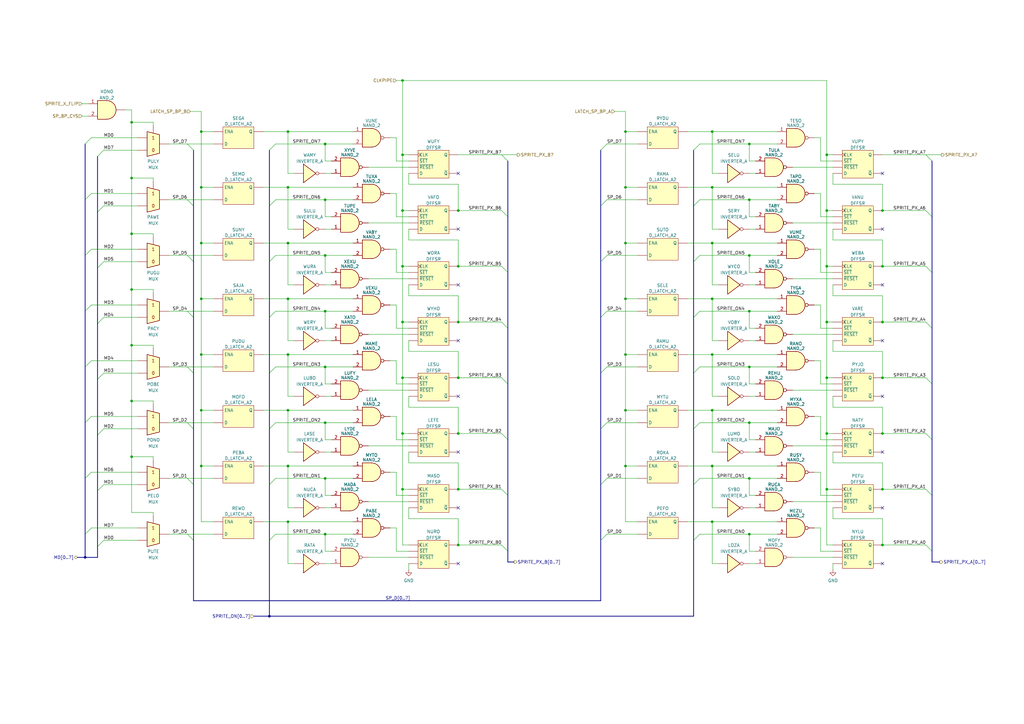
<source format=kicad_sch>
(kicad_sch (version 20211123) (generator eeschema)
  (paper "A3")
  (title_block (title "DMG-CPU B") (date "2022-12-22") (rev "0.3") (company "CC-BY-SA-4.0 Régis Galland & Michael Singer -- Derived work from Furrtek") (comment 1 "https://github.com/msinger/dmg-schematics"))
  (junction (at 256.54 168.275))
  (junction (at 118.11 53.975))
  (junction (at 187.96 177.8))
  (junction (at 307.34 104.775))
  (junction (at 165.1 33.02))
  (junction (at 165.1 86.36))
  (junction (at 307.34 196.215))
  (junction (at 361.95 200.66))
  (junction (at 292.1 213.995))
  (junction (at 165.1 154.94))
  (junction (at 82.55 76.835))
  (junction (at 187.96 86.36))
  (junction (at 82.55 145.415))
  (junction (at 307.34 150.495))
  (junction (at 53.975 118.745))
  (junction (at 133.35 196.215))
  (junction (at 165.1 63.5))
  (junction (at 256.54 145.415))
  (junction (at 292.1 99.695))
  (junction (at 118.11 76.835))
  (junction (at 292.1 53.975))
  (junction (at 133.35 219.075))
  (junction (at 292.1 145.415))
  (junction (at 361.95 109.22))
  (junction (at 187.96 109.22))
  (junction (at 34.925 228.6))
  (junction (at 339.09 109.22))
  (junction (at 165.1 109.22))
  (junction (at 53.975 141.605))
  (junction (at 118.11 213.995))
  (junction (at 307.34 173.355))
  (junction (at 82.55 53.975))
  (junction (at 307.34 219.075))
  (junction (at 339.09 86.36))
  (junction (at 82.55 99.695))
  (junction (at 256.54 53.975))
  (junction (at 133.35 59.055))
  (junction (at 339.09 200.66))
  (junction (at 133.35 81.915))
  (junction (at 339.09 132.08))
  (junction (at 187.96 223.52))
  (junction (at 361.95 86.36))
  (junction (at 53.975 164.465))
  (junction (at 118.11 122.555))
  (junction (at 53.975 50.165))
  (junction (at 118.11 191.135))
  (junction (at 292.1 168.275))
  (junction (at 133.35 127.635))
  (junction (at 110.49 252.73))
  (junction (at 256.54 122.555))
  (junction (at 256.54 99.695))
  (junction (at 133.35 150.495))
  (junction (at 165.1 177.8))
  (junction (at 82.55 191.135))
  (junction (at 307.34 127.635))
  (junction (at 339.09 177.8))
  (junction (at 118.11 99.695))
  (junction (at 361.95 132.08))
  (junction (at 53.975 187.325))
  (junction (at 82.55 122.555))
  (junction (at 118.11 145.415))
  (junction (at 53.975 73.025))
  (junction (at 292.1 191.135))
  (junction (at 133.35 104.775))
  (junction (at 187.96 200.66))
  (junction (at 339.09 63.5))
  (junction (at 133.35 173.355))
  (junction (at 118.11 168.275))
  (junction (at 82.55 168.275))
  (junction (at 307.34 81.915))
  (junction (at 53.975 95.885))
  (junction (at 187.96 154.94))
  (junction (at 361.95 154.94))
  (junction (at 165.1 132.08))
  (junction (at 187.96 132.08))
  (junction (at 361.95 177.8))
  (junction (at 339.09 154.94))
  (junction (at 307.34 59.055))
  (junction (at 165.1 200.66))
  (junction (at 292.1 122.555))
  (junction (at 256.54 191.135))
  (junction (at 256.54 76.835))
  (junction (at 361.95 223.52))
  (junction (at 292.1 76.835))
  (no_connect (at 187.96 71.12))
  (no_connect (at 361.95 116.84))
  (no_connect (at 361.95 208.28))
  (no_connect (at 187.96 185.42))
  (no_connect (at 361.95 71.12))
  (no_connect (at 361.95 231.14))
  (no_connect (at 187.96 231.14))
  (no_connect (at 187.96 139.7))
  (no_connect (at 361.95 162.56))
  (no_connect (at 187.96 93.98))
  (no_connect (at 187.96 162.56))
  (no_connect (at 187.96 116.84))
  (no_connect (at 361.95 139.7))
  (no_connect (at 187.96 208.28))
  (no_connect (at 361.95 185.42))
  (no_connect (at 361.95 93.98))
  (bus_entry (at 113.03 59.055) (size -2.54 2.54))
  (bus_entry (at 37.465 56.515) (size -2.54 2.54))
  (bus_entry (at 287.02 150.495) (size -2.54 2.54))
  (bus_entry (at 248.92 173.355) (size -2.54 2.54))
  (bus_entry (at 248.92 219.075) (size -2.54 2.54))
  (bus_entry (at 113.03 150.495) (size -2.54 2.54))
  (bus_entry (at 42.545 130.175) (size -2.54 2.54))
  (bus_entry (at 248.92 150.495) (size -2.54 2.54))
  (bus_entry (at 248.92 196.215) (size -2.54 2.54))
  (bus_entry (at 287.02 127.635) (size -2.54 2.54))
  (bus_entry (at 379.73 223.52) (size 2.54 2.54))
  (bus_entry (at 76.835 150.495) (size 2.54 2.54))
  (bus_entry (at 205.74 154.94) (size 2.54 2.54))
  (bus_entry (at 379.73 154.94) (size 2.54 2.54))
  (bus_entry (at 205.74 63.5) (size 2.54 2.54))
  (bus_entry (at 37.465 193.675) (size -2.54 2.54))
  (bus_entry (at 113.03 81.915) (size -2.54 2.54))
  (bus_entry (at 113.03 104.775) (size -2.54 2.54))
  (bus_entry (at 379.73 109.22) (size 2.54 2.54))
  (bus_entry (at 248.92 59.055) (size -2.54 2.54))
  (bus_entry (at 42.545 221.615) (size -2.54 2.54))
  (bus_entry (at 37.465 147.955) (size -2.54 2.54))
  (bus_entry (at 287.02 219.075) (size -2.54 2.54))
  (bus_entry (at 379.73 132.08) (size 2.54 2.54))
  (bus_entry (at 248.92 81.915) (size -2.54 2.54))
  (bus_entry (at 37.465 102.235) (size -2.54 2.54))
  (bus_entry (at 42.545 61.595) (size -2.54 2.54))
  (bus_entry (at 379.73 177.8) (size 2.54 2.54))
  (bus_entry (at 76.835 81.915) (size 2.54 2.54))
  (bus_entry (at 37.465 79.375) (size -2.54 2.54))
  (bus_entry (at 379.73 63.5) (size 2.54 2.54))
  (bus_entry (at 76.835 104.775) (size 2.54 2.54))
  (bus_entry (at 287.02 196.215) (size -2.54 2.54))
  (bus_entry (at 113.03 173.355) (size -2.54 2.54))
  (bus_entry (at 205.74 132.08) (size 2.54 2.54))
  (bus_entry (at 287.02 173.355) (size -2.54 2.54))
  (bus_entry (at 287.02 59.055) (size -2.54 2.54))
  (bus_entry (at 113.03 127.635) (size -2.54 2.54))
  (bus_entry (at 248.92 127.635) (size -2.54 2.54))
  (bus_entry (at 76.835 59.055) (size 2.54 2.54))
  (bus_entry (at 205.74 86.36) (size 2.54 2.54))
  (bus_entry (at 379.73 86.36) (size 2.54 2.54))
  (bus_entry (at 248.92 104.775) (size -2.54 2.54))
  (bus_entry (at 76.835 219.075) (size 2.54 2.54))
  (bus_entry (at 42.545 198.755) (size -2.54 2.54))
  (bus_entry (at 42.545 175.895) (size -2.54 2.54))
  (bus_entry (at 205.74 200.66) (size 2.54 2.54))
  (bus_entry (at 37.465 125.095) (size -2.54 2.54))
  (bus_entry (at 42.545 153.035) (size -2.54 2.54))
  (bus_entry (at 287.02 81.915) (size -2.54 2.54))
  (bus_entry (at 379.73 200.66) (size 2.54 2.54))
  (bus_entry (at 42.545 107.315) (size -2.54 2.54))
  (bus_entry (at 205.74 223.52) (size 2.54 2.54))
  (bus_entry (at 205.74 177.8) (size 2.54 2.54))
  (bus_entry (at 113.03 219.075) (size -2.54 2.54))
  (bus_entry (at 37.465 170.815) (size -2.54 2.54))
  (bus_entry (at 76.835 127.635) (size 2.54 2.54))
  (bus_entry (at 205.74 109.22) (size 2.54 2.54))
  (bus_entry (at 287.02 104.775) (size -2.54 2.54))
  (bus_entry (at 37.465 216.535) (size -2.54 2.54))
  (bus_entry (at 76.835 196.215) (size 2.54 2.54))
  (bus_entry (at 113.03 196.215) (size -2.54 2.54))
  (bus_entry (at 76.835 173.355) (size 2.54 2.54))
  (bus_entry (at 42.545 84.455) (size -2.54 2.54))
  (bus (pts (xy 79.375 221.615) (xy 79.375 246.38)))
  (wire (pts (xy 307.34 157.48) (xy 309.88 157.48)))
  (wire (pts (xy 325.12 137.16) (xy 341.63 137.16)))
  (bus (pts (xy 208.28 157.48) (xy 208.28 180.34)))
  (wire (pts (xy 187.96 154.94) (xy 187.96 144.145)))
  (wire (pts (xy 341.63 144.145) (xy 341.63 139.7)))
  (wire (pts (xy 120.65 116.84) (xy 118.11 116.84)))
  (wire (pts (xy 341.63 189.865) (xy 341.63 185.42)))
  (wire (pts (xy 187.96 86.36) (xy 187.96 75.565)))
  (wire (pts (xy 165.1 109.22) (xy 165.1 86.36)))
  (wire (pts (xy 187.96 177.8) (xy 187.96 167.005)))
  (wire (pts (xy 76.835 150.495) (xy 87.63 150.495)))
  (wire (pts (xy 82.55 191.135) (xy 87.63 191.135)))
  (wire (pts (xy 281.94 53.975) (xy 292.1 53.975)))
  (wire (pts (xy 118.11 122.555) (xy 144.78 122.555)))
  (wire (pts (xy 133.35 208.28) (xy 135.89 208.28)))
  (wire (pts (xy 42.545 221.615) (xy 56.515 221.615)))
  (wire (pts (xy 361.95 109.22) (xy 361.95 98.425)))
  (wire (pts (xy 162.56 193.675) (xy 162.56 203.2)))
  (wire (pts (xy 107.95 213.995) (xy 118.11 213.995)))
  (wire (pts (xy 167.64 167.005) (xy 187.96 167.005)))
  (wire (pts (xy 307.34 226.06) (xy 307.34 219.075)))
  (wire (pts (xy 187.96 132.08) (xy 187.96 121.285)))
  (wire (pts (xy 165.1 132.08) (xy 167.64 132.08)))
  (wire (pts (xy 167.64 189.865) (xy 187.96 189.865)))
  (bus (pts (xy 31.75 228.6) (xy 34.925 228.6)))
  (wire (pts (xy 107.95 76.835) (xy 118.11 76.835)))
  (wire (pts (xy 133.35 127.635) (xy 144.78 127.635)))
  (wire (pts (xy 167.64 212.725) (xy 187.96 212.725)))
  (wire (pts (xy 287.02 127.635) (xy 307.34 127.635)))
  (wire (pts (xy 82.55 76.835) (xy 87.63 76.835)))
  (wire (pts (xy 151.13 182.88) (xy 167.64 182.88)))
  (wire (pts (xy 379.73 223.52) (xy 361.95 223.52)))
  (wire (pts (xy 339.09 132.08) (xy 341.63 132.08)))
  (wire (pts (xy 205.74 63.5) (xy 187.96 63.5)))
  (wire (pts (xy 82.55 168.275) (xy 82.55 191.135)))
  (wire (pts (xy 167.64 75.565) (xy 187.96 75.565)))
  (wire (pts (xy 133.35 157.48) (xy 133.35 150.495)))
  (wire (pts (xy 248.92 127.635) (xy 261.62 127.635)))
  (wire (pts (xy 256.54 213.995) (xy 261.62 213.995)))
  (wire (pts (xy 162.56 147.955) (xy 162.56 157.48)))
  (wire (pts (xy 51.435 45.085) (xy 53.975 45.085)))
  (wire (pts (xy 256.54 76.835) (xy 261.62 76.835)))
  (wire (pts (xy 325.12 91.44) (xy 341.63 91.44)))
  (wire (pts (xy 76.835 127.635) (xy 87.63 127.635)))
  (wire (pts (xy 307.34 203.2) (xy 307.34 196.215)))
  (bus (pts (xy 210.82 230.505) (xy 208.28 230.505)))
  (wire (pts (xy 287.02 104.775) (xy 307.34 104.775)))
  (wire (pts (xy 307.34 134.62) (xy 309.88 134.62)))
  (wire (pts (xy 133.35 219.075) (xy 144.78 219.075)))
  (bus (pts (xy 40.005 132.715) (xy 40.005 155.575)))
  (bus (pts (xy 79.375 107.315) (xy 79.375 130.175)))
  (wire (pts (xy 120.65 231.14) (xy 118.11 231.14)))
  (wire (pts (xy 82.55 168.275) (xy 87.63 168.275)))
  (wire (pts (xy 281.94 76.835) (xy 292.1 76.835)))
  (wire (pts (xy 205.74 86.36) (xy 187.96 86.36)))
  (wire (pts (xy 162.56 79.375) (xy 162.56 88.9)))
  (bus (pts (xy 79.375 61.595) (xy 79.375 84.455)))
  (wire (pts (xy 133.35 71.12) (xy 135.89 71.12)))
  (bus (pts (xy 79.375 153.035) (xy 79.375 175.895)))
  (bus (pts (xy 110.49 175.895) (xy 110.49 198.755)))
  (wire (pts (xy 82.55 122.555) (xy 82.55 145.415)))
  (bus (pts (xy 382.27 66.04) (xy 382.27 88.9)))
  (wire (pts (xy 165.1 63.5) (xy 165.1 33.02)))
  (wire (pts (xy 294.64 162.56) (xy 292.1 162.56)))
  (wire (pts (xy 167.64 231.14) (xy 167.64 233.68)))
  (wire (pts (xy 151.13 114.3) (xy 167.64 114.3)))
  (wire (pts (xy 78.105 45.72) (xy 82.55 45.72)))
  (wire (pts (xy 361.95 132.08) (xy 361.95 121.285)))
  (wire (pts (xy 341.63 189.865) (xy 361.95 189.865)))
  (bus (pts (xy 34.925 228.6) (xy 40.005 228.6)))
  (wire (pts (xy 118.11 99.695) (xy 144.78 99.695)))
  (wire (pts (xy 339.09 177.8) (xy 341.63 177.8)))
  (wire (pts (xy 53.975 118.745) (xy 53.975 141.605)))
  (wire (pts (xy 160.02 193.675) (xy 162.56 193.675)))
  (wire (pts (xy 162.56 216.535) (xy 162.56 226.06)))
  (wire (pts (xy 379.73 63.5) (xy 386.08 63.5)))
  (wire (pts (xy 33.655 42.545) (xy 36.195 42.545)))
  (bus (pts (xy 246.38 198.755) (xy 246.38 221.615)))
  (wire (pts (xy 287.02 150.495) (xy 307.34 150.495)))
  (wire (pts (xy 53.975 187.325) (xy 62.865 187.325)))
  (wire (pts (xy 42.545 107.315) (xy 56.515 107.315)))
  (wire (pts (xy 256.54 191.135) (xy 256.54 213.995)))
  (wire (pts (xy 162.56 56.515) (xy 162.56 66.04)))
  (wire (pts (xy 339.09 223.52) (xy 339.09 200.66)))
  (wire (pts (xy 256.54 168.275) (xy 261.62 168.275)))
  (bus (pts (xy 382.27 157.48) (xy 382.27 180.34)))
  (wire (pts (xy 292.1 145.415) (xy 318.77 145.415)))
  (wire (pts (xy 151.13 160.02) (xy 167.64 160.02)))
  (wire (pts (xy 281.94 122.555) (xy 292.1 122.555)))
  (wire (pts (xy 307.34 173.355) (xy 318.77 173.355)))
  (wire (pts (xy 82.55 99.695) (xy 87.63 99.695)))
  (wire (pts (xy 281.94 213.995) (xy 292.1 213.995)))
  (wire (pts (xy 62.865 210.185) (xy 62.865 211.455)))
  (wire (pts (xy 339.09 63.5) (xy 339.09 33.02)))
  (wire (pts (xy 62.865 73.025) (xy 62.865 74.295)))
  (wire (pts (xy 205.74 200.66) (xy 187.96 200.66)))
  (wire (pts (xy 160.02 216.535) (xy 162.56 216.535)))
  (bus (pts (xy 34.925 81.915) (xy 34.925 104.775)))
  (wire (pts (xy 341.63 212.725) (xy 341.63 208.28)))
  (wire (pts (xy 162.56 33.02) (xy 165.1 33.02)))
  (bus (pts (xy 284.48 107.315) (xy 284.48 130.175)))
  (wire (pts (xy 107.95 191.135) (xy 118.11 191.135)))
  (wire (pts (xy 167.64 144.145) (xy 167.64 139.7)))
  (wire (pts (xy 69.215 104.775) (xy 76.835 104.775)))
  (wire (pts (xy 287.02 219.075) (xy 307.34 219.075)))
  (bus (pts (xy 34.925 104.775) (xy 34.925 127.635)))
  (wire (pts (xy 37.465 125.095) (xy 56.515 125.095)))
  (wire (pts (xy 307.34 162.56) (xy 309.88 162.56)))
  (wire (pts (xy 307.34 116.84) (xy 309.88 116.84)))
  (wire (pts (xy 151.13 68.58) (xy 167.64 68.58)))
  (wire (pts (xy 325.12 160.02) (xy 341.63 160.02)))
  (wire (pts (xy 205.74 109.22) (xy 187.96 109.22)))
  (wire (pts (xy 42.545 175.895) (xy 56.515 175.895)))
  (wire (pts (xy 167.64 121.285) (xy 167.64 116.84)))
  (bus (pts (xy 40.005 201.295) (xy 40.005 224.155)))
  (wire (pts (xy 165.1 154.94) (xy 165.1 132.08)))
  (wire (pts (xy 256.54 122.555) (xy 256.54 145.415)))
  (wire (pts (xy 341.63 98.425) (xy 341.63 93.98)))
  (wire (pts (xy 292.1 213.995) (xy 318.77 213.995)))
  (wire (pts (xy 341.63 98.425) (xy 361.95 98.425)))
  (wire (pts (xy 341.63 226.06) (xy 336.55 226.06)))
  (wire (pts (xy 151.13 137.16) (xy 167.64 137.16)))
  (wire (pts (xy 118.11 76.835) (xy 118.11 93.98)))
  (wire (pts (xy 336.55 56.515) (xy 336.55 66.04)))
  (wire (pts (xy 133.35 59.055) (xy 144.78 59.055)))
  (bus (pts (xy 110.49 221.615) (xy 110.49 252.73)))
  (bus (pts (xy 385.445 230.505) (xy 382.27 230.505)))
  (bus (pts (xy 284.48 130.175) (xy 284.48 153.035)))
  (wire (pts (xy 325.12 114.3) (xy 341.63 114.3)))
  (wire (pts (xy 334.01 147.955) (xy 336.55 147.955)))
  (wire (pts (xy 69.215 196.215) (xy 76.835 196.215)))
  (bus (pts (xy 40.005 86.995) (xy 40.005 109.855)))
  (wire (pts (xy 42.545 84.455) (xy 56.515 84.455)))
  (wire (pts (xy 294.64 185.42) (xy 292.1 185.42)))
  (bus (pts (xy 246.38 221.615) (xy 246.38 246.38)))
  (bus (pts (xy 284.48 221.615) (xy 284.48 252.73)))
  (wire (pts (xy 341.63 167.005) (xy 341.63 162.56)))
  (wire (pts (xy 53.975 45.085) (xy 53.975 50.165)))
  (wire (pts (xy 82.55 145.415) (xy 82.55 168.275)))
  (wire (pts (xy 307.34 150.495) (xy 318.77 150.495)))
  (wire (pts (xy 339.09 109.22) (xy 339.09 86.36)))
  (wire (pts (xy 292.1 191.135) (xy 292.1 208.28)))
  (wire (pts (xy 167.64 157.48) (xy 162.56 157.48)))
  (bus (pts (xy 40.005 109.855) (xy 40.005 132.715)))
  (bus (pts (xy 34.925 173.355) (xy 34.925 196.215)))
  (wire (pts (xy 256.54 168.275) (xy 256.54 191.135)))
  (wire (pts (xy 307.34 127.635) (xy 318.77 127.635)))
  (wire (pts (xy 118.11 191.135) (xy 144.78 191.135)))
  (bus (pts (xy 246.38 130.175) (xy 246.38 153.035)))
  (bus (pts (xy 34.925 59.055) (xy 34.925 81.915)))
  (wire (pts (xy 133.35 66.04) (xy 135.89 66.04)))
  (wire (pts (xy 292.1 122.555) (xy 318.77 122.555)))
  (wire (pts (xy 281.94 168.275) (xy 292.1 168.275)))
  (wire (pts (xy 379.73 200.66) (xy 361.95 200.66)))
  (wire (pts (xy 76.835 104.775) (xy 87.63 104.775)))
  (wire (pts (xy 69.215 81.915) (xy 76.835 81.915)))
  (wire (pts (xy 167.64 189.865) (xy 167.64 185.42)))
  (wire (pts (xy 76.835 59.055) (xy 87.63 59.055)))
  (wire (pts (xy 37.465 56.515) (xy 56.515 56.515)))
  (wire (pts (xy 307.34 231.14) (xy 309.88 231.14)))
  (wire (pts (xy 82.55 213.995) (xy 87.63 213.995)))
  (wire (pts (xy 334.01 56.515) (xy 336.55 56.515)))
  (wire (pts (xy 69.215 59.055) (xy 76.835 59.055)))
  (wire (pts (xy 167.64 167.005) (xy 167.64 162.56)))
  (wire (pts (xy 133.35 150.495) (xy 144.78 150.495)))
  (wire (pts (xy 256.54 99.695) (xy 261.62 99.695)))
  (wire (pts (xy 167.64 75.565) (xy 167.64 71.12)))
  (wire (pts (xy 167.64 203.2) (xy 162.56 203.2)))
  (wire (pts (xy 167.64 121.285) (xy 187.96 121.285)))
  (wire (pts (xy 165.1 33.02) (xy 339.09 33.02)))
  (wire (pts (xy 294.64 71.12) (xy 292.1 71.12)))
  (wire (pts (xy 62.865 118.745) (xy 62.865 120.015)))
  (wire (pts (xy 341.63 121.285) (xy 361.95 121.285)))
  (wire (pts (xy 133.35 93.98) (xy 135.89 93.98)))
  (bus (pts (xy 79.375 198.755) (xy 79.375 221.615)))
  (wire (pts (xy 339.09 132.08) (xy 339.09 109.22)))
  (wire (pts (xy 37.465 170.815) (xy 56.515 170.815)))
  (wire (pts (xy 133.35 162.56) (xy 135.89 162.56)))
  (bus (pts (xy 110.49 252.73) (xy 284.48 252.73)))
  (wire (pts (xy 118.11 231.14) (xy 118.11 213.995)))
  (wire (pts (xy 165.1 177.8) (xy 165.1 154.94)))
  (wire (pts (xy 256.54 53.975) (xy 256.54 76.835)))
  (wire (pts (xy 334.01 79.375) (xy 336.55 79.375)))
  (wire (pts (xy 133.35 226.06) (xy 133.35 219.075)))
  (bus (pts (xy 79.375 130.175) (xy 79.375 153.035)))
  (wire (pts (xy 379.73 86.36) (xy 361.95 86.36)))
  (wire (pts (xy 292.1 99.695) (xy 318.77 99.695)))
  (wire (pts (xy 252.095 45.72) (xy 256.54 45.72)))
  (bus (pts (xy 246.38 84.455) (xy 246.38 107.315)))
  (wire (pts (xy 379.73 154.94) (xy 361.95 154.94)))
  (wire (pts (xy 37.465 216.535) (xy 56.515 216.535)))
  (wire (pts (xy 292.1 76.835) (xy 318.77 76.835)))
  (bus (pts (xy 208.28 180.34) (xy 208.28 203.2)))
  (wire (pts (xy 287.02 81.915) (xy 307.34 81.915)))
  (wire (pts (xy 120.65 162.56) (xy 118.11 162.56)))
  (wire (pts (xy 118.11 168.275) (xy 144.78 168.275)))
  (wire (pts (xy 160.02 147.955) (xy 162.56 147.955)))
  (wire (pts (xy 361.95 86.36) (xy 361.95 75.565)))
  (wire (pts (xy 339.09 154.94) (xy 339.09 132.08)))
  (wire (pts (xy 339.09 86.36) (xy 341.63 86.36)))
  (wire (pts (xy 256.54 145.415) (xy 256.54 168.275)))
  (wire (pts (xy 167.64 66.04) (xy 162.56 66.04)))
  (bus (pts (xy 246.38 153.035) (xy 246.38 175.895)))
  (wire (pts (xy 307.34 180.34) (xy 309.88 180.34)))
  (wire (pts (xy 307.34 88.9) (xy 309.88 88.9)))
  (wire (pts (xy 167.64 98.425) (xy 167.64 93.98)))
  (wire (pts (xy 151.13 228.6) (xy 167.64 228.6)))
  (wire (pts (xy 53.975 73.025) (xy 53.975 95.885)))
  (wire (pts (xy 133.35 134.62) (xy 133.35 127.635)))
  (wire (pts (xy 167.64 223.52) (xy 165.1 223.52)))
  (wire (pts (xy 341.63 121.285) (xy 341.63 116.84)))
  (wire (pts (xy 133.35 173.355) (xy 144.78 173.355)))
  (wire (pts (xy 336.55 170.815) (xy 336.55 180.34)))
  (wire (pts (xy 62.865 50.165) (xy 62.865 51.435)))
  (wire (pts (xy 341.63 111.76) (xy 336.55 111.76)))
  (bus (pts (xy 208.28 88.9) (xy 208.28 111.76)))
  (wire (pts (xy 307.34 88.9) (xy 307.34 81.915)))
  (wire (pts (xy 339.09 200.66) (xy 341.63 200.66)))
  (wire (pts (xy 133.35 157.48) (xy 135.89 157.48)))
  (bus (pts (xy 208.28 226.06) (xy 208.28 230.505)))
  (wire (pts (xy 42.545 130.175) (xy 56.515 130.175)))
  (wire (pts (xy 133.35 111.76) (xy 133.35 104.775)))
  (wire (pts (xy 256.54 45.72) (xy 256.54 53.975)))
  (wire (pts (xy 205.74 223.52) (xy 187.96 223.52)))
  (wire (pts (xy 334.01 102.235) (xy 336.55 102.235)))
  (wire (pts (xy 325.12 228.6) (xy 341.63 228.6)))
  (bus (pts (xy 110.49 198.755) (xy 110.49 221.615)))
  (wire (pts (xy 339.09 86.36) (xy 339.09 63.5)))
  (wire (pts (xy 82.55 53.975) (xy 82.55 76.835)))
  (wire (pts (xy 113.03 173.355) (xy 133.35 173.355)))
  (wire (pts (xy 107.95 122.555) (xy 118.11 122.555)))
  (wire (pts (xy 118.11 53.975) (xy 144.78 53.975)))
  (wire (pts (xy 165.1 86.36) (xy 165.1 63.5)))
  (wire (pts (xy 187.96 109.22) (xy 187.96 98.425)))
  (wire (pts (xy 76.835 173.355) (xy 87.63 173.355)))
  (wire (pts (xy 294.64 93.98) (xy 292.1 93.98)))
  (wire (pts (xy 248.92 219.075) (xy 261.62 219.075)))
  (bus (pts (xy 34.925 196.215) (xy 34.925 219.075)))
  (wire (pts (xy 256.54 122.555) (xy 261.62 122.555)))
  (wire (pts (xy 160.02 56.515) (xy 162.56 56.515)))
  (wire (pts (xy 292.1 53.975) (xy 318.77 53.975)))
  (wire (pts (xy 379.73 177.8) (xy 361.95 177.8)))
  (wire (pts (xy 256.54 191.135) (xy 261.62 191.135)))
  (wire (pts (xy 118.11 122.555) (xy 118.11 139.7)))
  (bus (pts (xy 284.48 153.035) (xy 284.48 175.895)))
  (wire (pts (xy 307.34 111.76) (xy 309.88 111.76)))
  (wire (pts (xy 336.55 147.955) (xy 336.55 157.48)))
  (wire (pts (xy 53.975 164.465) (xy 53.975 187.325)))
  (wire (pts (xy 205.74 177.8) (xy 187.96 177.8)))
  (wire (pts (xy 167.64 226.06) (xy 162.56 226.06)))
  (wire (pts (xy 69.215 173.355) (xy 76.835 173.355)))
  (wire (pts (xy 307.34 203.2) (xy 309.88 203.2)))
  (wire (pts (xy 294.64 116.84) (xy 292.1 116.84)))
  (bus (pts (xy 110.49 84.455) (xy 110.49 107.315)))
  (wire (pts (xy 53.975 210.185) (xy 62.865 210.185)))
  (wire (pts (xy 307.34 59.055) (xy 318.77 59.055)))
  (wire (pts (xy 248.92 196.215) (xy 261.62 196.215)))
  (wire (pts (xy 133.35 111.76) (xy 135.89 111.76)))
  (wire (pts (xy 256.54 99.695) (xy 256.54 122.555)))
  (wire (pts (xy 133.35 116.84) (xy 135.89 116.84)))
  (bus (pts (xy 382.27 226.06) (xy 382.27 230.505)))
  (wire (pts (xy 82.55 191.135) (xy 82.55 213.995)))
  (wire (pts (xy 118.11 168.275) (xy 118.11 185.42)))
  (bus (pts (xy 79.375 246.38) (xy 246.38 246.38)))
  (wire (pts (xy 53.975 95.885) (xy 62.865 95.885)))
  (wire (pts (xy 205.74 132.08) (xy 187.96 132.08)))
  (wire (pts (xy 133.35 231.14) (xy 135.89 231.14)))
  (wire (pts (xy 307.34 111.76) (xy 307.34 104.775)))
  (wire (pts (xy 133.35 88.9) (xy 133.35 81.915)))
  (wire (pts (xy 292.1 76.835) (xy 292.1 93.98)))
  (wire (pts (xy 292.1 122.555) (xy 292.1 139.7)))
  (wire (pts (xy 334.01 216.535) (xy 336.55 216.535)))
  (bus (pts (xy 40.005 178.435) (xy 40.005 201.295)))
  (wire (pts (xy 120.65 93.98) (xy 118.11 93.98)))
  (wire (pts (xy 133.35 139.7) (xy 135.89 139.7)))
  (wire (pts (xy 292.1 168.275) (xy 292.1 185.42)))
  (wire (pts (xy 165.1 154.94) (xy 167.64 154.94)))
  (wire (pts (xy 341.63 75.565) (xy 341.63 71.12)))
  (bus (pts (xy 382.27 180.34) (xy 382.27 203.2)))
  (wire (pts (xy 167.64 134.62) (xy 162.56 134.62)))
  (wire (pts (xy 118.11 191.135) (xy 118.11 208.28)))
  (wire (pts (xy 307.34 196.215) (xy 318.77 196.215)))
  (wire (pts (xy 133.35 134.62) (xy 135.89 134.62)))
  (wire (pts (xy 307.34 185.42) (xy 309.88 185.42)))
  (wire (pts (xy 62.865 164.465) (xy 62.865 165.735)))
  (wire (pts (xy 133.35 203.2) (xy 133.35 196.215)))
  (wire (pts (xy 307.34 93.98) (xy 309.88 93.98)))
  (wire (pts (xy 292.1 231.14) (xy 292.1 213.995)))
  (wire (pts (xy 167.64 144.145) (xy 187.96 144.145)))
  (wire (pts (xy 361.95 223.52) (xy 361.95 212.725)))
  (wire (pts (xy 53.975 73.025) (xy 62.865 73.025)))
  (wire (pts (xy 205.74 154.94) (xy 187.96 154.94)))
  (wire (pts (xy 118.11 145.415) (xy 118.11 162.56)))
  (wire (pts (xy 107.95 168.275) (xy 118.11 168.275)))
  (wire (pts (xy 336.55 102.235) (xy 336.55 111.76)))
  (wire (pts (xy 339.09 109.22) (xy 341.63 109.22)))
  (wire (pts (xy 341.63 66.04) (xy 336.55 66.04)))
  (wire (pts (xy 167.64 180.34) (xy 162.56 180.34)))
  (wire (pts (xy 307.34 208.28) (xy 309.88 208.28)))
  (wire (pts (xy 307.34 219.075) (xy 318.77 219.075)))
  (wire (pts (xy 120.65 71.12) (xy 118.11 71.12)))
  (wire (pts (xy 248.92 81.915) (xy 261.62 81.915)))
  (bus (pts (xy 284.48 198.755) (xy 284.48 221.615)))
  (wire (pts (xy 82.55 99.695) (xy 82.55 122.555)))
  (wire (pts (xy 133.35 185.42) (xy 135.89 185.42)))
  (bus (pts (xy 382.27 88.9) (xy 382.27 111.76)))
  (bus (pts (xy 34.925 150.495) (xy 34.925 173.355)))
  (wire (pts (xy 162.56 125.095) (xy 162.56 134.62)))
  (wire (pts (xy 76.835 81.915) (xy 87.63 81.915)))
  (wire (pts (xy 160.02 170.815) (xy 162.56 170.815)))
  (wire (pts (xy 133.35 180.34) (xy 133.35 173.355)))
  (wire (pts (xy 82.55 53.975) (xy 87.63 53.975)))
  (wire (pts (xy 113.03 59.055) (xy 133.35 59.055)))
  (wire (pts (xy 160.02 125.095) (xy 162.56 125.095)))
  (wire (pts (xy 62.865 141.605) (xy 62.865 142.875)))
  (wire (pts (xy 307.34 81.915) (xy 318.77 81.915)))
  (wire (pts (xy 133.35 196.215) (xy 144.78 196.215)))
  (wire (pts (xy 281.94 99.695) (xy 292.1 99.695)))
  (wire (pts (xy 118.11 76.835) (xy 144.78 76.835)))
  (wire (pts (xy 165.1 223.52) (xy 165.1 200.66)))
  (wire (pts (xy 113.03 196.215) (xy 133.35 196.215)))
  (wire (pts (xy 76.835 196.215) (xy 87.63 196.215)))
  (wire (pts (xy 113.03 150.495) (xy 133.35 150.495)))
  (wire (pts (xy 339.09 200.66) (xy 339.09 177.8)))
  (bus (pts (xy 382.27 111.76) (xy 382.27 134.62)))
  (wire (pts (xy 69.215 219.075) (xy 76.835 219.075)))
  (wire (pts (xy 107.95 99.695) (xy 118.11 99.695)))
  (wire (pts (xy 307.34 134.62) (xy 307.34 127.635)))
  (wire (pts (xy 118.11 213.995) (xy 144.78 213.995)))
  (wire (pts (xy 107.95 145.415) (xy 118.11 145.415)))
  (wire (pts (xy 292.1 53.975) (xy 292.1 71.12)))
  (wire (pts (xy 53.975 95.885) (xy 53.975 118.745)))
  (wire (pts (xy 361.95 177.8) (xy 361.95 167.005)))
  (bus (pts (xy 208.28 203.2) (xy 208.28 226.06)))
  (wire (pts (xy 248.92 173.355) (xy 261.62 173.355)))
  (wire (pts (xy 53.975 50.165) (xy 53.975 73.025)))
  (wire (pts (xy 133.35 226.06) (xy 135.89 226.06)))
  (wire (pts (xy 361.95 154.94) (xy 361.95 144.145)))
  (wire (pts (xy 307.34 226.06) (xy 309.88 226.06)))
  (wire (pts (xy 53.975 141.605) (xy 53.975 164.465)))
  (wire (pts (xy 37.465 147.955) (xy 56.515 147.955)))
  (wire (pts (xy 165.1 109.22) (xy 167.64 109.22)))
  (wire (pts (xy 167.64 88.9) (xy 162.56 88.9)))
  (wire (pts (xy 325.12 182.88) (xy 341.63 182.88)))
  (wire (pts (xy 165.1 86.36) (xy 167.64 86.36)))
  (wire (pts (xy 37.465 193.675) (xy 56.515 193.675)))
  (wire (pts (xy 187.96 223.52) (xy 187.96 212.725)))
  (wire (pts (xy 379.73 132.08) (xy 361.95 132.08)))
  (wire (pts (xy 133.35 88.9) (xy 135.89 88.9)))
  (wire (pts (xy 256.54 76.835) (xy 256.54 99.695)))
  (wire (pts (xy 113.03 219.075) (xy 133.35 219.075)))
  (wire (pts (xy 281.94 191.135) (xy 292.1 191.135)))
  (wire (pts (xy 379.73 63.5) (xy 361.95 63.5)))
  (wire (pts (xy 339.09 63.5) (xy 341.63 63.5)))
  (wire (pts (xy 133.35 104.775) (xy 144.78 104.775)))
  (wire (pts (xy 165.1 63.5) (xy 167.64 63.5)))
  (wire (pts (xy 292.1 191.135) (xy 318.77 191.135)))
  (bus (pts (xy 284.48 175.895) (xy 284.48 198.755)))
  (wire (pts (xy 341.63 231.14) (xy 341.63 233.68)))
  (wire (pts (xy 133.35 81.915) (xy 144.78 81.915)))
  (wire (pts (xy 62.865 187.325) (xy 62.865 188.595)))
  (wire (pts (xy 120.65 139.7) (xy 118.11 139.7)))
  (wire (pts (xy 118.11 53.975) (xy 118.11 71.12)))
  (wire (pts (xy 82.55 45.72) (xy 82.55 53.975)))
  (wire (pts (xy 187.96 200.66) (xy 187.96 189.865)))
  (bus (pts (xy 40.005 155.575) (xy 40.005 178.435)))
  (wire (pts (xy 53.975 50.165) (xy 62.865 50.165)))
  (wire (pts (xy 334.01 193.675) (xy 336.55 193.675)))
  (wire (pts (xy 336.55 79.375) (xy 336.55 88.9)))
  (wire (pts (xy 294.64 139.7) (xy 292.1 139.7)))
  (wire (pts (xy 334.01 125.095) (xy 336.55 125.095)))
  (bus (pts (xy 110.49 107.315) (xy 110.49 130.175)))
  (bus (pts (xy 208.28 111.76) (xy 208.28 134.62)))
  (wire (pts (xy 341.63 88.9) (xy 336.55 88.9)))
  (wire (pts (xy 307.34 66.04) (xy 307.34 59.055)))
  (wire (pts (xy 82.55 145.415) (xy 87.63 145.415)))
  (bus (pts (xy 34.925 127.635) (xy 34.925 150.495)))
  (wire (pts (xy 379.73 109.22) (xy 361.95 109.22)))
  (wire (pts (xy 307.34 71.12) (xy 309.88 71.12)))
  (wire (pts (xy 341.63 75.565) (xy 361.95 75.565)))
  (wire (pts (xy 341.63 223.52) (xy 339.09 223.52)))
  (bus (pts (xy 284.48 61.595) (xy 284.48 84.455)))
  (wire (pts (xy 82.55 122.555) (xy 87.63 122.555)))
  (wire (pts (xy 42.545 153.035) (xy 56.515 153.035)))
  (wire (pts (xy 256.54 145.415) (xy 261.62 145.415)))
  (wire (pts (xy 336.55 193.675) (xy 336.55 203.2)))
  (wire (pts (xy 42.545 61.595) (xy 56.515 61.595)))
  (wire (pts (xy 160.02 79.375) (xy 162.56 79.375)))
  (wire (pts (xy 162.56 102.235) (xy 162.56 111.76)))
  (wire (pts (xy 294.64 231.14) (xy 292.1 231.14)))
  (wire (pts (xy 53.975 187.325) (xy 53.975 210.185)))
  (wire (pts (xy 165.1 200.66) (xy 167.64 200.66)))
  (wire (pts (xy 133.35 180.34) (xy 135.89 180.34)))
  (wire (pts (xy 341.63 157.48) (xy 336.55 157.48)))
  (wire (pts (xy 120.65 185.42) (xy 118.11 185.42)))
  (wire (pts (xy 339.09 177.8) (xy 339.09 154.94)))
  (bus (pts (xy 208.28 134.62) (xy 208.28 157.48)))
  (wire (pts (xy 82.55 76.835) (xy 82.55 99.695)))
  (wire (pts (xy 281.94 145.415) (xy 292.1 145.415)))
  (wire (pts (xy 248.92 150.495) (xy 261.62 150.495)))
  (wire (pts (xy 336.55 216.535) (xy 336.55 226.06)))
  (bus (pts (xy 208.28 66.04) (xy 208.28 88.9)))
  (wire (pts (xy 160.02 102.235) (xy 162.56 102.235)))
  (wire (pts (xy 325.12 68.58) (xy 341.63 68.58)))
  (wire (pts (xy 339.09 154.94) (xy 341.63 154.94)))
  (wire (pts (xy 336.55 125.095) (xy 336.55 134.62)))
  (wire (pts (xy 133.35 66.04) (xy 133.35 59.055)))
  (wire (pts (xy 62.865 95.885) (xy 62.865 97.155)))
  (wire (pts (xy 53.975 164.465) (xy 62.865 164.465)))
  (wire (pts (xy 120.65 208.28) (xy 118.11 208.28)))
  (wire (pts (xy 307.34 139.7) (xy 309.88 139.7)))
  (wire (pts (xy 69.215 150.495) (xy 76.835 150.495)))
  (wire (pts (xy 167.64 111.76) (xy 162.56 111.76)))
  (wire (pts (xy 162.56 170.815) (xy 162.56 180.34)))
  (wire (pts (xy 341.63 144.145) (xy 361.95 144.145)))
  (wire (pts (xy 118.11 99.695) (xy 118.11 116.84)))
  (wire (pts (xy 341.63 134.62) (xy 336.55 134.62)))
  (wire (pts (xy 341.63 180.34) (xy 336.55 180.34)))
  (bus (pts (xy 382.27 203.2) (xy 382.27 226.06)))
  (wire (pts (xy 292.1 168.275) (xy 318.77 168.275)))
  (bus (pts (xy 104.14 252.73) (xy 110.49 252.73)))
  (wire (pts (xy 341.63 212.725) (xy 361.95 212.725)))
  (bus (pts (xy 110.49 130.175) (xy 110.49 153.035)))
  (wire (pts (xy 307.34 66.04) (xy 309.88 66.04)))
  (wire (pts (xy 151.13 205.74) (xy 167.64 205.74)))
  (bus (pts (xy 284.48 84.455) (xy 284.48 107.315)))
  (bus (pts (xy 79.375 175.895) (xy 79.375 198.755)))
  (wire (pts (xy 361.95 200.66) (xy 361.95 189.865)))
  (wire (pts (xy 287.02 173.355) (xy 307.34 173.355)))
  (bus (pts (xy 110.49 153.035) (xy 110.49 175.895)))
  (wire (pts (xy 167.64 212.725) (xy 167.64 208.28)))
  (bus (pts (xy 246.38 175.895) (xy 246.38 198.755)))
  (wire (pts (xy 248.92 59.055) (xy 261.62 59.055)))
  (bus (pts (xy 79.375 84.455) (xy 79.375 107.315)))
  (wire (pts (xy 113.03 104.775) (xy 133.35 104.775)))
  (bus (pts (xy 40.005 224.155) (xy 40.005 228.6)))
  (bus (pts (xy 40.005 64.135) (xy 40.005 86.995)))
  (wire (pts (xy 118.11 145.415) (xy 144.78 145.415)))
  (wire (pts (xy 69.215 127.635) (xy 76.835 127.635)))
  (bus (pts (xy 110.49 61.595) (xy 110.49 84.455)))
  (bus (pts (xy 382.27 134.62) (xy 382.27 157.48)))
  (wire (pts (xy 113.03 81.915) (xy 133.35 81.915)))
  (wire (pts (xy 307.34 157.48) (xy 307.34 150.495)))
  (wire (pts (xy 76.835 219.075) (xy 87.63 219.075)))
  (wire (pts (xy 292.1 99.695) (xy 292.1 116.84)))
  (wire (pts (xy 37.465 79.375) (xy 56.515 79.375)))
  (wire (pts (xy 341.63 203.2) (xy 336.55 203.2)))
  (wire (pts (xy 325.12 205.74) (xy 341.63 205.74)))
  (bus (pts (xy 246.38 61.595) (xy 246.38 84.455)))
  (wire (pts (xy 294.64 208.28) (xy 292.1 208.28)))
  (wire (pts (xy 107.95 53.975) (xy 118.11 53.975)))
  (wire (pts (xy 165.1 177.8) (xy 167.64 177.8)))
  (wire (pts (xy 307.34 104.775) (xy 318.77 104.775)))
  (wire (pts (xy 256.54 53.975) (xy 261.62 53.975)))
  (wire (pts (xy 287.02 59.055) (xy 307.34 59.055)))
  (wire (pts (xy 151.13 91.44) (xy 167.64 91.44)))
  (wire (pts (xy 133.35 203.2) (xy 135.89 203.2)))
  (wire (pts (xy 36.195 47.625) (xy 33.655 47.625)))
  (wire (pts (xy 292.1 145.415) (xy 292.1 162.56)))
  (wire (pts (xy 53.975 141.605) (xy 62.865 141.605)))
  (wire (pts (xy 165.1 132.08) (xy 165.1 109.22)))
  (wire (pts (xy 37.465 102.235) (xy 56.515 102.235)))
  (wire (pts (xy 53.975 118.745) (xy 62.865 118.745)))
  (wire (pts (xy 248.92 104.775) (xy 261.62 104.775)))
  (wire (pts (xy 205.74 63.5) (xy 212.09 63.5)))
  (wire (pts (xy 307.34 180.34) (xy 307.34 173.355)))
  (bus (pts (xy 34.925 219.075) (xy 34.925 228.6)))
  (wire (pts (xy 42.545 198.755) (xy 56.515 198.755)))
  (wire (pts (xy 167.64 98.425) (xy 187.96 98.425)))
  (wire (pts (xy 113.03 127.635) (xy 133.35 127.635)))
  (wire (pts (xy 287.02 196.215) (xy 307.34 196.215)))
  (bus (pts (xy 246.38 107.315) (xy 246.38 130.175)))
  (wire (pts (xy 165.1 200.66) (xy 165.1 177.8)))
  (wire (pts (xy 341.63 167.005) (xy 361.95 167.005)))
  (wire (pts (xy 334.01 170.815) (xy 336.55 170.815)))
  (label "MD2" (at 42.545 175.895 0))
  (label "SPRITE_PX_B2" (at 205.74 177.8 180))
  (label "SPRITE_ON2" (at 120.015 173.355 0))
  (label "SP_D1" (at 76.835 196.215 180))
  (label "SPRITE_ON1" (at 294.005 196.215 0))
  (label "SP_D0" (at 248.92 219.075 0))
  (label "SP_D5" (at 76.835 104.775 180))
  (label "MD1" (at 42.545 198.755 0))
  (label "SPRITE_PX_A4" (at 379.73 132.08 180))
  (label "SPRITE_PX_A6" (at 379.73 86.36 180))
  (label "SPRITE_ON5" (at 294.005 104.775 0))
  (label "SP_D5" (at 248.92 104.775 0))
  (label "MD6" (at 42.545 84.455 0))
  (label "SP_D4" (at 248.92 127.635 0))
  (label "SPRITE_ON1" (at 120.015 196.215 0))
  (label "SPRITE_PX_A7" (at 379.73 63.5 180))
  (label "MD7" (at 42.545 61.595 0))
  (label "SPRITE_PX_A3" (at 379.73 154.94 180))
  (label "SPRITE_PX_A0" (at 379.73 223.52 180))
  (label "MD4" (at 42.545 147.955 0))
  (label "MD2" (at 42.545 102.235 0))
  (label "SPRITE_PX_B4" (at 205.74 132.08 180))
  (label "SPRITE_PX_B6" (at 205.74 86.36 180))
  (label "SPRITE_ON3" (at 294.005 150.495 0))
  (label "SPRITE_PX_A2" (at 379.73 177.8 180))
  (label "SPRITE_ON3" (at 120.015 150.495 0))
  (label "SP_D3" (at 248.92 150.495 0))
  (label "SPRITE_PX_B0" (at 205.74 223.52 180))
  (label "MD3" (at 42.545 153.035 0))
  (label "SPRITE_PX_A1" (at 379.73 200.66 180))
  (label "MD3" (at 42.545 125.095 0))
  (label "SPRITE_ON0" (at 294.005 219.075 0))
  (label "SPRITE_ON0" (at 120.015 219.075 0))
  (label "SP_D3" (at 76.835 150.495 180))
  (label "MD0" (at 42.545 56.515 0))
  (label "SP_D0" (at 76.835 219.075 180))
  (label "SP_D4" (at 76.835 127.635 180))
  (label "MD0" (at 42.545 221.615 0))
  (label "SPRITE_PX_B1" (at 205.74 200.66 180))
  (label "MD5" (at 42.545 170.815 0))
  (label "SPRITE_ON4" (at 294.005 127.635 0))
  (label "MD1" (at 42.545 79.375 0))
  (label "MD6" (at 42.545 193.675 0))
  (label "SP_D6" (at 248.92 81.915 0))
  (label "SPRITE_PX_B3" (at 205.74 154.94 180))
  (label "SPRITE_ON4" (at 120.015 127.635 0))
  (label "SPRITE_ON5" (at 120.015 104.775 0))
  (label "SP_D2" (at 76.835 173.355 180))
  (label "SPRITE_ON6" (at 120.015 81.915 0))
  (label "SP_D6" (at 76.835 81.915 180))
  (label "SP_D1" (at 248.92 196.215 0))
  (label "SP_D7" (at 248.92 59.055 0))
  (label "SPRITE_PX_B7" (at 205.74 63.5 180))
  (label "SPRITE_PX_A5" (at 379.73 109.22 180))
  (label "SP_D[0..7]" (at 158.115 246.38 0))
  (label "SP_D7" (at 76.835 59.055 180))
  (label "SP_D2" (at 248.92 173.355 0))
  (label "MD7" (at 42.545 216.535 0))
  (label "MD4" (at 42.545 130.175 0))
  (label "SPRITE_ON2" (at 294.005 173.355 0))
  (label "SPRITE_ON7" (at 294.005 59.055 0))
  (label "SPRITE_ON7" (at 120.015 59.055 0))
  (label "MD5" (at 42.545 107.315 0))
  (label "SPRITE_ON6" (at 294.005 81.915 0))
  (label "SPRITE_PX_B5" (at 205.74 109.22 180))
  (hierarchical_label "SPRITE_PX_B7" (shape output) (at 212.09 63.5 0))
  (hierarchical_label "LATCH_SP_BP_B" (shape input) (at 78.105 45.72 180))
  (hierarchical_label "SPRITE_PX_B[0..7]" (shape output) (at 210.82 230.505 0))
  (hierarchical_label "SPRITE_X_FLIP" (shape input) (at 33.655 42.545 180))
  (hierarchical_label "CLKPIPE" (shape input) (at 162.56 33.02 180))
  (hierarchical_label "SP_BP_CYS" (shape input) (at 33.655 47.625 180))
  (hierarchical_label "SPRITE_ON[0..7]" (shape input) (at 104.14 252.73 180))
  (hierarchical_label "SPRITE_PX_A[0..7]" (shape output) (at 385.445 230.505 0))
  (hierarchical_label "SPRITE_PX_A7" (shape output) (at 386.08 63.5 0))
  (hierarchical_label "LATCH_SP_BP_A" (shape input) (at 252.095 45.72 180))
  (hierarchical_label "MD[0..7]" (shape bidirectional) (at 31.75 228.6 180))
  (symbol (lib_id "DMG_CPU_Cells:INVERTER_A") (at 300.99 208.28 0) (unit 1)
    (property "Reference" "SYBO" (at 300.99 200.7702 0))
    (property "Value" "INVERTER_A" (at 300.99 203.3071 0))
    (property "Datasheet" "http://iceboy.a-singer.de/doc/dmg_cells.html#inv_a" (effects hide))
  )
  (symbol (lib_id "DMG_CPU_Cells:NAND_2") (at 143.51 114.3 0) (mirror x) (unit 1)
    (property "Reference" "XEXU" (at 143.51 107.315 0))
    (property "Value" "NAND_2" (at 143.51 109.22 0))
    (property "Datasheet" "http://iceboy.a-singer.de/doc/dmg_cells.html#nand2" (effects hide))
  )
  (symbol (lib_id "DMG_CPU_Cells:D_LATCH_A2") (at 271.78 170.815 0) (unit 1)
    (property "Reference" "MYTU" (at 271.78 162.7972 0))
    (property "Value" "D_LATCH_A2" (at 271.78 165.1 0))
    (property "Datasheet" "http://iceboy.a-singer.de/doc/dmg_cells.html#dlatch_a" (effects hide))
  )
  (symbol (lib_id "DMG_CPU_Cells:D_LATCH_A2") (at 97.79 170.815 0) (unit 1)
    (property "Reference" "MOFO" (at 97.79 162.7972 0))
    (property "Value" "D_LATCH_A2" (at 97.79 165.1 0))
    (property "Datasheet" "http://iceboy.a-singer.de/doc/dmg_cells.html#dlatch_a" (effects hide))
  )
  (symbol (lib_id "DMG_CPU_Cells:D_LATCH_A2") (at 271.78 193.675 0) (unit 1)
    (property "Reference" "ROKA" (at 271.78 185.6572 0))
    (property "Value" "D_LATCH_A2" (at 271.78 187.96 0))
    (property "Datasheet" "http://iceboy.a-singer.de/doc/dmg_cells.html#dlatch_a" (effects hide))
  )
  (symbol (lib_id "DMG_CPU_Cells:DFFSR") (at 351.79 67.31 0) (unit 1)
    (property "Reference" "VUPY" (at 351.79 58.0222 0))
    (property "Value" "DFFSR" (at 351.79 60.5591 0))
    (property "Datasheet" "http://iceboy.a-singer.de/doc/dmg_cells.html#dffsr" (effects hide))
  )
  (symbol (lib_id "DMG_CPU_Cells:NAND_2") (at 152.4 193.675 0) (unit 1)
    (property "Reference" "MYTO" (at 152.4 186.69 0))
    (property "Value" "NAND_2" (at 152.4 188.595 0))
    (property "Datasheet" "http://iceboy.a-singer.de/doc/dmg_cells.html#nand2" (effects hide))
  )
  (symbol (lib_id "DMG_CPU_Cells:INVERTER_A") (at 300.99 71.12 0) (unit 1)
    (property "Reference" "SELU" (at 300.99 63.6102 0))
    (property "Value" "INVERTER_A" (at 300.99 66.1471 0))
    (property "Datasheet" "http://iceboy.a-singer.de/doc/dmg_cells.html#inv_a" (effects hide))
  )
  (symbol (lib_id "DMG_CPU_Cells:INVERTER_A") (at 127 139.7 0) (unit 1)
    (property "Reference" "WERY" (at 127 132.1902 0))
    (property "Value" "INVERTER_A" (at 127 134.7271 0))
    (property "Datasheet" "http://iceboy.a-singer.de/doc/dmg_cells.html#inv_a" (effects hide))
  )
  (symbol (lib_id "DMG_CPU_Cells:DFFSR") (at 177.8 113.03 0) (unit 1)
    (property "Reference" "WORA" (at 177.8 103.7422 0))
    (property "Value" "DFFSR" (at 177.8 106.2791 0))
    (property "Datasheet" "http://iceboy.a-singer.de/doc/dmg_cells.html#dffsr" (effects hide))
  )
  (symbol (lib_id "DMG_CPU_Cells:NAND_2") (at 326.39 79.375 0) (unit 1)
    (property "Reference" "TAPO" (at 326.39 72.39 0))
    (property "Value" "NAND_2" (at 326.39 74.295 0))
    (property "Datasheet" "http://iceboy.a-singer.de/doc/dmg_cells.html#nand2" (effects hide))
  )
  (symbol (lib_id "DMG_CPU_Cells:NAND_2") (at 152.4 125.095 0) (unit 1)
    (property "Reference" "VEXU" (at 152.4 118.11 0))
    (property "Value" "NAND_2" (at 152.4 120.015 0))
    (property "Datasheet" "http://iceboy.a-singer.de/doc/dmg_cells.html#nand2" (effects hide))
  )
  (symbol (lib_id "DMG_CPU_Cells:NAND_2") (at 317.5 91.44 0) (mirror x) (unit 1)
    (property "Reference" "TABY" (at 317.5 84.455 0))
    (property "Value" "NAND_2" (at 317.5 86.36 0))
    (property "Datasheet" "http://iceboy.a-singer.de/doc/dmg_cells.html#nand2" (effects hide))
  )
  (symbol (lib_id "DMG_CPU_Cells:MUX") (at 62.865 81.915 0) (unit 1)
    (property "Reference" "PAWE" (at 62.865 89.0254 0))
    (property "Value" "MUX" (at 62.865 91.5623 0))
    (property "Datasheet" "http://iceboy.a-singer.de/doc/dmg_cells.html#mux" (effects hide))
  )
  (symbol (lib_id "DMG_CPU_Cells:D_LATCH_A2") (at 271.78 102.235 0) (unit 1)
    (property "Reference" "SUTO" (at 271.78 94.2172 0))
    (property "Value" "D_LATCH_A2" (at 271.78 96.52 0))
    (property "Datasheet" "http://iceboy.a-singer.de/doc/dmg_cells.html#dlatch_a" (effects hide))
  )
  (symbol (lib_id "DMG_CPU_Cells:NAND_2") (at 317.5 228.6 0) (mirror x) (unit 1)
    (property "Reference" "MOFY" (at 317.5 221.615 0))
    (property "Value" "NAND_2" (at 317.5 223.52 0))
    (property "Datasheet" "http://iceboy.a-singer.de/doc/dmg_cells.html#nand2" (effects hide))
  )
  (symbol (lib_id "DMG_CPU_Cells:NAND_2") (at 143.51 160.02 0) (mirror x) (unit 1)
    (property "Reference" "LUFY" (at 143.51 153.035 0))
    (property "Value" "NAND_2" (at 143.51 154.94 0))
    (property "Datasheet" "http://iceboy.a-singer.de/doc/dmg_cells.html#nand2" (effects hide))
  )
  (symbol (lib_id "DMG_CPU_Cells:NAND_2") (at 152.4 79.375 0) (unit 1)
    (property "Reference" "TUXA" (at 152.4 72.39 0))
    (property "Value" "NAND_2" (at 152.4 74.295 0))
    (property "Datasheet" "http://iceboy.a-singer.de/doc/dmg_cells.html#nand2" (effects hide))
  )
  (symbol (lib_id "DMG_CPU_Cells:INVERTER_A") (at 300.99 231.14 0) (unit 1)
    (property "Reference" "LOZA" (at 300.99 223.6302 0))
    (property "Value" "INVERTER_A" (at 300.99 226.1671 0))
    (property "Datasheet" "http://iceboy.a-singer.de/doc/dmg_cells.html#inv_a" (effects hide))
  )
  (symbol (lib_id "DMG_CPU_Cells:NAND_2") (at 152.4 147.955 0) (unit 1)
    (property "Reference" "MAME" (at 152.4 140.97 0))
    (property "Value" "NAND_2" (at 152.4 142.875 0))
    (property "Datasheet" "http://iceboy.a-singer.de/doc/dmg_cells.html#nand2" (effects hide))
  )
  (symbol (lib_id "DMG_CPU_Cells:D_LATCH_A2") (at 97.79 147.955 0) (unit 1)
    (property "Reference" "PUDU" (at 97.79 139.9372 0))
    (property "Value" "D_LATCH_A2" (at 97.79 142.24 0))
    (property "Datasheet" "http://iceboy.a-singer.de/doc/dmg_cells.html#dlatch_a" (effects hide))
  )
  (symbol (lib_id "DMG_CPU_Cells:MUX") (at 62.865 219.075 0) (unit 1)
    (property "Reference" "PUTE" (at 62.865 226.1854 0))
    (property "Value" "MUX" (at 62.865 228.7223 0))
    (property "Datasheet" "http://iceboy.a-singer.de/doc/dmg_cells.html#mux" (effects hide))
  )
  (symbol (lib_id "DMG_CPU_Cells:INVERTER_A") (at 300.99 162.56 0) (unit 1)
    (property "Reference" "SOLO" (at 300.99 155.0502 0))
    (property "Value" "INVERTER_A" (at 300.99 157.5871 0))
    (property "Datasheet" "http://iceboy.a-singer.de/doc/dmg_cells.html#inv_a" (effects hide))
  )
  (symbol (lib_id "DMG_CPU_Cells:DFFSR") (at 351.79 181.61 0) (unit 1)
    (property "Reference" "NATY" (at 351.79 172.3222 0))
    (property "Value" "DFFSR" (at 351.79 174.8591 0))
    (property "Datasheet" "http://iceboy.a-singer.de/doc/dmg_cells.html#dffsr" (effects hide))
  )
  (symbol (lib_id "DMG_CPU_Cells:NAND_2") (at 317.5 160.02 0) (mirror x) (unit 1)
    (property "Reference" "REHU" (at 317.5 153.035 0))
    (property "Value" "NAND_2" (at 317.5 154.94 0))
    (property "Datasheet" "http://iceboy.a-singer.de/doc/dmg_cells.html#nand2" (effects hide))
  )
  (symbol (lib_id "DMG_CPU_Cells:MUX") (at 62.865 196.215 0) (unit 1)
    (property "Reference" "PELO" (at 62.865 203.3254 0))
    (property "Value" "MUX" (at 62.865 205.8623 0))
    (property "Datasheet" "http://iceboy.a-singer.de/doc/dmg_cells.html#mux" (effects hide))
  )
  (symbol (lib_id "DMG_CPU_Cells:INVERTER_A") (at 127 162.56 0) (unit 1)
    (property "Reference" "LUBO" (at 127 155.0502 0))
    (property "Value" "INVERTER_A" (at 127 157.5871 0))
    (property "Datasheet" "http://iceboy.a-singer.de/doc/dmg_cells.html#inv_a" (effects hide))
  )
  (symbol (lib_id "DMG_CPU_Cells:DFFSR") (at 177.8 227.33 0) (unit 1)
    (property "Reference" "NURO" (at 177.8 218.0422 0))
    (property "Value" "DFFSR" (at 177.8 220.5791 0))
    (property "Datasheet" "http://iceboy.a-singer.de/doc/dmg_cells.html#dffsr" (effects hide))
  )
  (symbol (lib_id "DMG_CPU_Cells:NAND_2") (at 317.5 182.88 0) (mirror x) (unit 1)
    (property "Reference" "MAJO" (at 317.5 175.895 0))
    (property "Value" "NAND_2" (at 317.5 177.8 0))
    (property "Datasheet" "http://iceboy.a-singer.de/doc/dmg_cells.html#nand2" (effects hide))
  )
  (symbol (lib_id "DMG_CPU_Cells:DFFSR") (at 351.79 158.75 0) (unit 1)
    (property "Reference" "PYJO" (at 351.79 149.4622 0))
    (property "Value" "DFFSR" (at 351.79 151.9991 0))
    (property "Datasheet" "http://iceboy.a-singer.de/doc/dmg_cells.html#dffsr" (effects hide))
  )
  (symbol (lib_id "DMG_CPU_Cells:NAND_2") (at 152.4 102.235 0) (unit 1)
    (property "Reference" "VABY" (at 152.4 95.25 0))
    (property "Value" "NAND_2" (at 152.4 97.155 0))
    (property "Datasheet" "http://iceboy.a-singer.de/doc/dmg_cells.html#nand2" (effects hide))
  )
  (symbol (lib_id "DMG_CPU_Cells:MUX") (at 62.865 127.635 0) (unit 1)
    (property "Reference" "PACY" (at 62.865 134.7454 0))
    (property "Value" "MUX" (at 62.865 137.2823 0))
    (property "Datasheet" "http://iceboy.a-singer.de/doc/dmg_cells.html#mux" (effects hide))
  )
  (symbol (lib_id "DMG_CPU_Cells:NAND_2") (at 326.39 56.515 0) (unit 1)
    (property "Reference" "TESO" (at 326.39 49.53 0))
    (property "Value" "NAND_2" (at 326.39 51.435 0))
    (property "Datasheet" "http://iceboy.a-singer.de/doc/dmg_cells.html#nand2" (effects hide))
  )
  (symbol (lib_id "DMG_CPU_Cells:NAND_2") (at 143.51 91.44 0) (mirror x) (unit 1)
    (property "Reference" "TUPE" (at 143.51 84.455 0))
    (property "Value" "NAND_2" (at 143.51 86.36 0))
    (property "Datasheet" "http://iceboy.a-singer.de/doc/dmg_cells.html#nand2" (effects hide))
  )
  (symbol (lib_id "DMG_CPU_Cells:DFFSR") (at 177.8 158.75 0) (unit 1)
    (property "Reference" "LESU" (at 177.8 149.4622 0))
    (property "Value" "DFFSR" (at 177.8 151.9991 0))
    (property "Datasheet" "http://iceboy.a-singer.de/doc/dmg_cells.html#dffsr" (effects hide))
  )
  (symbol (lib_id "DMG_CPU_Cells:AND_2") (at 43.815 45.085 0) (unit 1)
    (property "Reference" "XONO" (at 43.815 37.5752 0))
    (property "Value" "AND_2" (at 43.815 40.1121 0))
    (property "Datasheet" "http://iceboy.a-singer.de/doc/dmg_cells.html#and2" (effects hide))
  )
  (symbol (lib_id "DMG_CPU_Cells:INVERTER_A") (at 127 93.98 0) (unit 1)
    (property "Reference" "SULU" (at 127 86.4702 0))
    (property "Value" "INVERTER_A" (at 127 89.0071 0))
    (property "Datasheet" "http://iceboy.a-singer.de/doc/dmg_cells.html#inv_a" (effects hide))
  )
  (symbol (lib_id "DMG_CPU_Cells:INVERTER_A") (at 127 208.28 0) (unit 1)
    (property "Reference" "NUCA" (at 127 200.7702 0))
    (property "Value" "INVERTER_A" (at 127 203.3071 0))
    (property "Datasheet" "http://iceboy.a-singer.de/doc/dmg_cells.html#inv_a" (effects hide))
  )
  (symbol (lib_id "DMG_CPU_Cells:D_LATCH_A2") (at 271.78 147.955 0) (unit 1)
    (property "Reference" "RAMU" (at 271.78 139.9372 0))
    (property "Value" "D_LATCH_A2" (at 271.78 142.24 0))
    (property "Datasheet" "http://iceboy.a-singer.de/doc/dmg_cells.html#dlatch_a" (effects hide))
  )
  (symbol (lib_id "DMG_CPU_Cells:INVERTER_A") (at 300.99 93.98 0) (unit 1)
    (property "Reference" "SERY" (at 300.99 86.4702 0))
    (property "Value" "INVERTER_A" (at 300.99 89.0071 0))
    (property "Datasheet" "http://iceboy.a-singer.de/doc/dmg_cells.html#inv_a" (effects hide))
  )
  (symbol (lib_id "DMG_CPU_Cells:NAND_2") (at 143.51 137.16 0) (mirror x) (unit 1)
    (property "Reference" "XATO" (at 143.51 130.175 0))
    (property "Value" "NAND_2" (at 143.51 132.08 0))
    (property "Datasheet" "http://iceboy.a-singer.de/doc/dmg_cells.html#nand2" (effects hide))
  )
  (symbol (lib_id "DMG_CPU_Cells:DFFSR") (at 351.79 135.89 0) (unit 1)
    (property "Reference" "VARE" (at 351.79 126.6022 0))
    (property "Value" "DFFSR" (at 351.79 129.1391 0))
    (property "Datasheet" "http://iceboy.a-singer.de/doc/dmg_cells.html#dffsr" (effects hide))
  )
  (symbol (lib_id "DMG_CPU_Cells:NAND_2") (at 326.39 102.235 0) (unit 1)
    (property "Reference" "VUME" (at 326.39 95.25 0))
    (property "Value" "NAND_2" (at 326.39 97.155 0))
    (property "Datasheet" "http://iceboy.a-singer.de/doc/dmg_cells.html#nand2" (effects hide))
  )
  (symbol (lib_id "DMG_CPU_Cells:INVERTER_A") (at 300.99 139.7 0) (unit 1)
    (property "Reference" "VOBY" (at 300.99 132.1902 0))
    (property "Value" "INVERTER_A" (at 300.99 134.7271 0))
    (property "Datasheet" "http://iceboy.a-singer.de/doc/dmg_cells.html#inv_a" (effects hide))
  )
  (symbol (lib_id "DMG_CPU_Cells:NAND_2") (at 326.39 170.815 0) (unit 1)
    (property "Reference" "MYXA" (at 326.39 163.83 0))
    (property "Value" "NAND_2" (at 326.39 165.735 0))
    (property "Datasheet" "http://iceboy.a-singer.de/doc/dmg_cells.html#nand2" (effects hide))
  )
  (symbol (lib_id "DMG_CPU_Cells:DFFSR") (at 177.8 135.89 0) (unit 1)
    (property "Reference" "WYHO" (at 177.8 126.6022 0))
    (property "Value" "DFFSR" (at 177.8 129.1391 0))
    (property "Datasheet" "http://iceboy.a-singer.de/doc/dmg_cells.html#dffsr" (effects hide))
  )
  (symbol (lib_id "DMG_CPU_Cells:MUX") (at 62.865 173.355 0) (unit 1)
    (property "Reference" "PONO" (at 62.865 180.4654 0))
    (property "Value" "MUX" (at 62.865 183.0023 0))
    (property "Datasheet" "http://iceboy.a-singer.de/doc/dmg_cells.html#mux" (effects hide))
  )
  (symbol (lib_id "DMG_CPU_Cells:D_LATCH_A2") (at 97.79 193.675 0) (unit 1)
    (property "Reference" "PEBA" (at 97.79 185.6572 0))
    (property "Value" "D_LATCH_A2" (at 97.79 187.96 0))
    (property "Datasheet" "http://iceboy.a-singer.de/doc/dmg_cells.html#dlatch_a" (effects hide))
  )
  (symbol (lib_id "DMG_CPU_Cells:NAND_2") (at 326.39 125.095 0) (unit 1)
    (property "Reference" "TYGA" (at 326.39 118.11 0))
    (property "Value" "NAND_2" (at 326.39 120.015 0))
    (property "Datasheet" "http://iceboy.a-singer.de/doc/dmg_cells.html#nand2" (effects hide))
  )
  (symbol (lib_id "DMG_CPU_Cells:DFFSR") (at 351.79 90.17 0) (unit 1)
    (property "Reference" "VANU" (at 351.79 80.8822 0))
    (property "Value" "DFFSR" (at 351.79 83.4191 0))
    (property "Datasheet" "http://iceboy.a-singer.de/doc/dmg_cells.html#dffsr" (effects hide))
  )
  (symbol (lib_id "DMG_CPU_Cells:D_LATCH_A2") (at 271.78 79.375 0) (unit 1)
    (property "Reference" "RAMA" (at 271.78 71.3572 0))
    (property "Value" "D_LATCH_A2" (at 271.78 73.66 0))
    (property "Datasheet" "http://iceboy.a-singer.de/doc/dmg_cells.html#dlatch_a" (effects hide))
  )
  (symbol (lib_id "DMG_CPU_Cells:DFFSR") (at 351.79 204.47 0) (unit 1)
    (property "Reference" "PEFU" (at 351.79 195.1822 0))
    (property "Value" "DFFSR" (at 351.79 197.7191 0))
    (property "Datasheet" "http://iceboy.a-singer.de/doc/dmg_cells.html#dffsr" (effects hide))
  )
  (symbol (lib_id "DMG_CPU_Cells:INVERTER_A") (at 127 116.84 0) (unit 1)
    (property "Reference" "WURA" (at 127 109.3302 0))
    (property "Value" "INVERTER_A" (at 127 111.8671 0))
    (property "Datasheet" "http://iceboy.a-singer.de/doc/dmg_cells.html#inv_a" (effects hide))
  )
  (symbol (lib_id "DMG_CPU_Cells:INVERTER_A") (at 127 185.42 0) (unit 1)
    (property "Reference" "LASE" (at 127 177.9102 0))
    (property "Value" "INVERTER_A" (at 127 180.4471 0))
    (property "Datasheet" "http://iceboy.a-singer.de/doc/dmg_cells.html#inv_a" (effects hide))
  )
  (symbol (lib_id "DMG_CPU_Cells:D_LATCH_A2") (at 97.79 102.235 0) (unit 1)
    (property "Reference" "SUNY" (at 97.79 94.2172 0))
    (property "Value" "D_LATCH_A2" (at 97.79 96.52 0))
    (property "Datasheet" "http://iceboy.a-singer.de/doc/dmg_cells.html#dlatch_a" (effects hide))
  )
  (symbol (lib_id "DMG_CPU_Cells:INVERTER_A") (at 300.99 116.84 0) (unit 1)
    (property "Reference" "WYCO" (at 300.99 109.3302 0))
    (property "Value" "INVERTER_A" (at 300.99 111.8671 0))
    (property "Datasheet" "http://iceboy.a-singer.de/doc/dmg_cells.html#inv_a" (effects hide))
  )
  (symbol (lib_id "DMG_CPU_Cells:NAND_2") (at 317.5 114.3 0) (mirror x) (unit 1)
    (property "Reference" "XOLE" (at 317.5 107.315 0))
    (property "Value" "NAND_2" (at 317.5 109.22 0))
    (property "Datasheet" "http://iceboy.a-singer.de/doc/dmg_cells.html#nand2" (effects hide))
  )
  (symbol (lib_id "power:GND") (at 167.64 233.68 0) (unit 1)
    (property "Reference" "#PWR0125" (effects hide))
    (property "Value" "GND" (at 167.64 238.1234 0))
  )
  (symbol (lib_id "power:GND") (at 341.63 233.68 0) (unit 1)
    (property "Reference" "#PWR0126" (effects hide))
    (property "Value" "GND" (at 341.63 238.1234 0))
  )
  (symbol (lib_id "DMG_CPU_Cells:MUX") (at 62.865 104.775 0) (unit 1)
    (property "Reference" "PUGU" (at 62.865 111.8854 0))
    (property "Value" "MUX" (at 62.865 114.4223 0))
    (property "Datasheet" "http://iceboy.a-singer.de/doc/dmg_cells.html#mux" (effects hide))
  )
  (symbol (lib_id "DMG_CPU_Cells:NAND_2") (at 143.51 228.6 0) (mirror x) (unit 1)
    (property "Reference" "PYZU" (at 143.51 221.615 0))
    (property "Value" "NAND_2" (at 143.51 223.52 0))
    (property "Datasheet" "http://iceboy.a-singer.de/doc/dmg_cells.html#nand2" (effects hide))
  )
  (symbol (lib_id "DMG_CPU_Cells:NAND_2") (at 143.51 205.74 0) (mirror x) (unit 1)
    (property "Reference" "MADA" (at 143.51 198.755 0))
    (property "Value" "NAND_2" (at 143.51 200.66 0))
    (property "Datasheet" "http://iceboy.a-singer.de/doc/dmg_cells.html#nand2" (effects hide))
  )
  (symbol (lib_id "DMG_CPU_Cells:NAND_2") (at 152.4 170.815 0) (unit 1)
    (property "Reference" "LELA" (at 152.4 163.83 0))
    (property "Value" "NAND_2" (at 152.4 165.735 0))
    (property "Datasheet" "http://iceboy.a-singer.de/doc/dmg_cells.html#nand2" (effects hide))
  )
  (symbol (lib_id "DMG_CPU_Cells:INVERTER_A") (at 127 71.12 0) (unit 1)
    (property "Reference" "WAMY" (at 127 63.6102 0))
    (property "Value" "INVERTER_A" (at 127 66.1471 0))
    (property "Datasheet" "http://iceboy.a-singer.de/doc/dmg_cells.html#inv_a" (effects hide))
  )
  (symbol (lib_id "DMG_CPU_Cells:DFFSR") (at 351.79 227.33 0) (unit 1)
    (property "Reference" "NYLU" (at 351.79 218.0422 0))
    (property "Value" "DFFSR" (at 351.79 220.5791 0))
    (property "Datasheet" "http://iceboy.a-singer.de/doc/dmg_cells.html#dffsr" (effects hide))
  )
  (symbol (lib_id "DMG_CPU_Cells:NAND_2") (at 326.39 193.675 0) (unit 1)
    (property "Reference" "RUSY" (at 326.39 186.69 0))
    (property "Value" "NAND_2" (at 326.39 188.595 0))
    (property "Datasheet" "http://iceboy.a-singer.de/doc/dmg_cells.html#nand2" (effects hide))
  )
  (symbol (lib_id "DMG_CPU_Cells:D_LATCH_A2") (at 97.79 216.535 0) (unit 1)
    (property "Reference" "REWO" (at 97.79 208.5172 0))
    (property "Value" "D_LATCH_A2" (at 97.79 210.82 0))
    (property "Datasheet" "http://iceboy.a-singer.de/doc/dmg_cells.html#dlatch_a" (effects hide))
  )
  (symbol (lib_id "DMG_CPU_Cells:DFFSR") (at 177.8 67.31 0) (unit 1)
    (property "Reference" "WUFY" (at 177.8 58.0222 0))
    (property "Value" "DFFSR" (at 177.8 60.5591 0))
    (property "Datasheet" "http://iceboy.a-singer.de/doc/dmg_cells.html#dffsr" (effects hide))
  )
  (symbol (lib_id "DMG_CPU_Cells:DFFSR") (at 351.79 113.03 0) (unit 1)
    (property "Reference" "WEBA" (at 351.79 103.7422 0))
    (property "Value" "DFFSR" (at 351.79 106.2791 0))
    (property "Datasheet" "http://iceboy.a-singer.de/doc/dmg_cells.html#dffsr" (effects hide))
  )
  (symbol (lib_id "DMG_CPU_Cells:D_LATCH_A2") (at 271.78 216.535 0) (unit 1)
    (property "Reference" "PEFO" (at 271.78 208.5172 0))
    (property "Value" "D_LATCH_A2" (at 271.78 210.82 0))
    (property "Datasheet" "http://iceboy.a-singer.de/doc/dmg_cells.html#dlatch_a" (effects hide))
  )
  (symbol (lib_id "DMG_CPU_Cells:DFFSR") (at 177.8 204.47 0) (unit 1)
    (property "Reference" "MASO" (at 177.8 195.1822 0))
    (property "Value" "DFFSR" (at 177.8 197.7191 0))
    (property "Datasheet" "http://iceboy.a-singer.de/doc/dmg_cells.html#dffsr" (effects hide))
  )
  (symbol (lib_id "DMG_CPU_Cells:MUX") (at 62.865 59.055 0) (unit 1)
    (property "Reference" "PULY" (at 62.865 66.1654 0))
    (property "Value" "MUX" (at 62.865 68.7023 0))
    (property "Datasheet" "http://iceboy.a-singer.de/doc/dmg_cells.html#mux" (effects hide))
  )
  (symbol (lib_id "DMG_CPU_Cells:D_LATCH_A2") (at 97.79 56.515 0) (unit 1)
    (property "Reference" "SEGA" (at 97.79 48.4972 0))
    (property "Value" "D_LATCH_A2" (at 97.79 50.8 0))
    (property "Datasheet" "http://iceboy.a-singer.de/doc/dmg_cells.html#dlatch_a" (effects hide))
  )
  (symbol (lib_id "DMG_CPU_Cells:D_LATCH_A2") (at 97.79 79.375 0) (unit 1)
    (property "Reference" "SEMO" (at 97.79 71.3572 0))
    (property "Value" "D_LATCH_A2" (at 97.79 73.66 0))
    (property "Datasheet" "http://iceboy.a-singer.de/doc/dmg_cells.html#dlatch_a" (effects hide))
  )
  (symbol (lib_id "DMG_CPU_Cells:NAND_2") (at 143.51 68.58 0) (mirror x) (unit 1)
    (property "Reference" "XYVE" (at 143.51 61.595 0))
    (property "Value" "NAND_2" (at 143.51 63.5 0))
    (property "Datasheet" "http://iceboy.a-singer.de/doc/dmg_cells.html#nand2" (effects hide))
  )
  (symbol (lib_id "DMG_CPU_Cells:NAND_2") (at 143.51 182.88 0) (mirror x) (unit 1)
    (property "Reference" "LYDE" (at 143.51 175.895 0))
    (property "Value" "NAND_2" (at 143.51 177.8 0))
    (property "Datasheet" "http://iceboy.a-singer.de/doc/dmg_cells.html#nand2" (effects hide))
  )
  (symbol (lib_id "DMG_CPU_Cells:NAND_2") (at 326.39 216.535 0) (unit 1)
    (property "Reference" "MEZU" (at 326.39 209.55 0))
    (property "Value" "NAND_2" (at 326.39 211.455 0))
    (property "Datasheet" "http://iceboy.a-singer.de/doc/dmg_cells.html#nand2" (effects hide))
  )
  (symbol (lib_id "DMG_CPU_Cells:NAND_2") (at 152.4 56.515 0) (unit 1)
    (property "Reference" "VUNE" (at 152.4 49.53 0))
    (property "Value" "NAND_2" (at 152.4 51.435 0))
    (property "Datasheet" "http://iceboy.a-singer.de/doc/dmg_cells.html#nand2" (effects hide))
  )
  (symbol (lib_id "DMG_CPU_Cells:D_LATCH_A2") (at 271.78 125.095 0) (unit 1)
    (property "Reference" "SELE" (at 271.78 117.0772 0))
    (property "Value" "D_LATCH_A2" (at 271.78 119.38 0))
    (property "Datasheet" "http://iceboy.a-singer.de/doc/dmg_cells.html#dlatch_a" (effects hide))
  )
  (symbol (lib_id "DMG_CPU_Cells:D_LATCH_A2") (at 97.79 125.095 0) (unit 1)
    (property "Reference" "SAJA" (at 97.79 117.0772 0))
    (property "Value" "D_LATCH_A2" (at 97.79 119.38 0))
    (property "Datasheet" "http://iceboy.a-singer.de/doc/dmg_cells.html#dlatch_a" (effects hide))
  )
  (symbol (lib_id "DMG_CPU_Cells:D_LATCH_A2") (at 271.78 56.515 0) (unit 1)
    (property "Reference" "RYDU" (at 271.78 48.4972 0))
    (property "Value" "D_LATCH_A2" (at 271.78 50.8 0))
    (property "Datasheet" "http://iceboy.a-singer.de/doc/dmg_cells.html#dlatch_a" (effects hide))
  )
  (symbol (lib_id "DMG_CPU_Cells:MUX") (at 62.865 150.495 0) (unit 1)
    (property "Reference" "POBE" (at 62.865 157.6054 0))
    (property "Value" "MUX" (at 62.865 160.1423 0))
    (property "Datasheet" "http://iceboy.a-singer.de/doc/dmg_cells.html#mux" (effects hide))
  )
  (symbol (lib_id "DMG_CPU_Cells:NAND_2") (at 317.5 137.16 0) (mirror x) (unit 1)
    (property "Reference" "WAXO" (at 317.5 130.175 0))
    (property "Value" "NAND_2" (at 317.5 132.08 0))
    (property "Datasheet" "http://iceboy.a-singer.de/doc/dmg_cells.html#nand2" (effects hide))
  )
  (symbol (lib_id "DMG_CPU_Cells:DFFSR") (at 177.8 90.17 0) (unit 1)
    (property "Reference" "VAFO" (at 177.8 80.8822 0))
    (property "Value" "DFFSR" (at 177.8 83.4191 0))
    (property "Datasheet" "http://iceboy.a-singer.de/doc/dmg_cells.html#dffsr" (effects hide))
  )
  (symbol (lib_id "DMG_CPU_Cells:INVERTER_A") (at 127 231.14 0) (unit 1)
    (property "Reference" "RATA" (at 127 223.6302 0))
    (property "Value" "INVERTER_A" (at 127 226.1671 0))
    (property "Datasheet" "http://iceboy.a-singer.de/doc/dmg_cells.html#inv_a" (effects hide))
  )
  (symbol (lib_id "DMG_CPU_Cells:INVERTER_A") (at 300.99 185.42 0) (unit 1)
    (property "Reference" "LUMO" (at 300.99 177.9102 0))
    (property "Value" "INVERTER_A" (at 300.99 180.4471 0))
    (property "Datasheet" "http://iceboy.a-singer.de/doc/dmg_cells.html#inv_a" (effects hide))
  )
  (symbol (lib_id "DMG_CPU_Cells:NAND_2") (at 317.5 205.74 0) (mirror x) (unit 1)
    (property "Reference" "RUCA" (at 317.5 198.755 0))
    (property "Value" "NAND_2" (at 317.5 200.66 0))
    (property "Datasheet" "http://iceboy.a-singer.de/doc/dmg_cells.html#nand2" (effects hide))
  )
  (symbol (lib_id "DMG_CPU_Cells:NAND_2") (at 152.4 216.535 0) (unit 1)
    (property "Reference" "PABE" (at 152.4 209.55 0))
    (property "Value" "NAND_2" (at 152.4 211.455 0))
    (property "Datasheet" "http://iceboy.a-singer.de/doc/dmg_cells.html#nand2" (effects hide))
  )
  (symbol (lib_id "DMG_CPU_Cells:NAND_2") (at 317.5 68.58 0) (mirror x) (unit 1)
    (property "Reference" "TULA" (at 317.5 61.595 0))
    (property "Value" "NAND_2" (at 317.5 63.5 0))
    (property "Datasheet" "http://iceboy.a-singer.de/doc/dmg_cells.html#nand2" (effects hide))
  )
  (symbol (lib_id "DMG_CPU_Cells:DFFSR") (at 177.8 181.61 0) (unit 1)
    (property "Reference" "LEFE" (at 177.8 172.3222 0))
    (property "Value" "DFFSR" (at 177.8 174.8591 0))
    (property "Datasheet" "http://iceboy.a-singer.de/doc/dmg_cells.html#dffsr" (effects hide))
  )
  (symbol (lib_id "DMG_CPU_Cells:NAND_2") (at 326.39 147.955 0) (unit 1)
    (property "Reference" "RANO" (at 326.39 140.97 0))
    (property "Value" "NAND_2" (at 326.39 142.875 0))
    (property "Datasheet" "http://iceboy.a-singer.de/doc/dmg_cells.html#nand2" (effects hide))
  )
)
</source>
